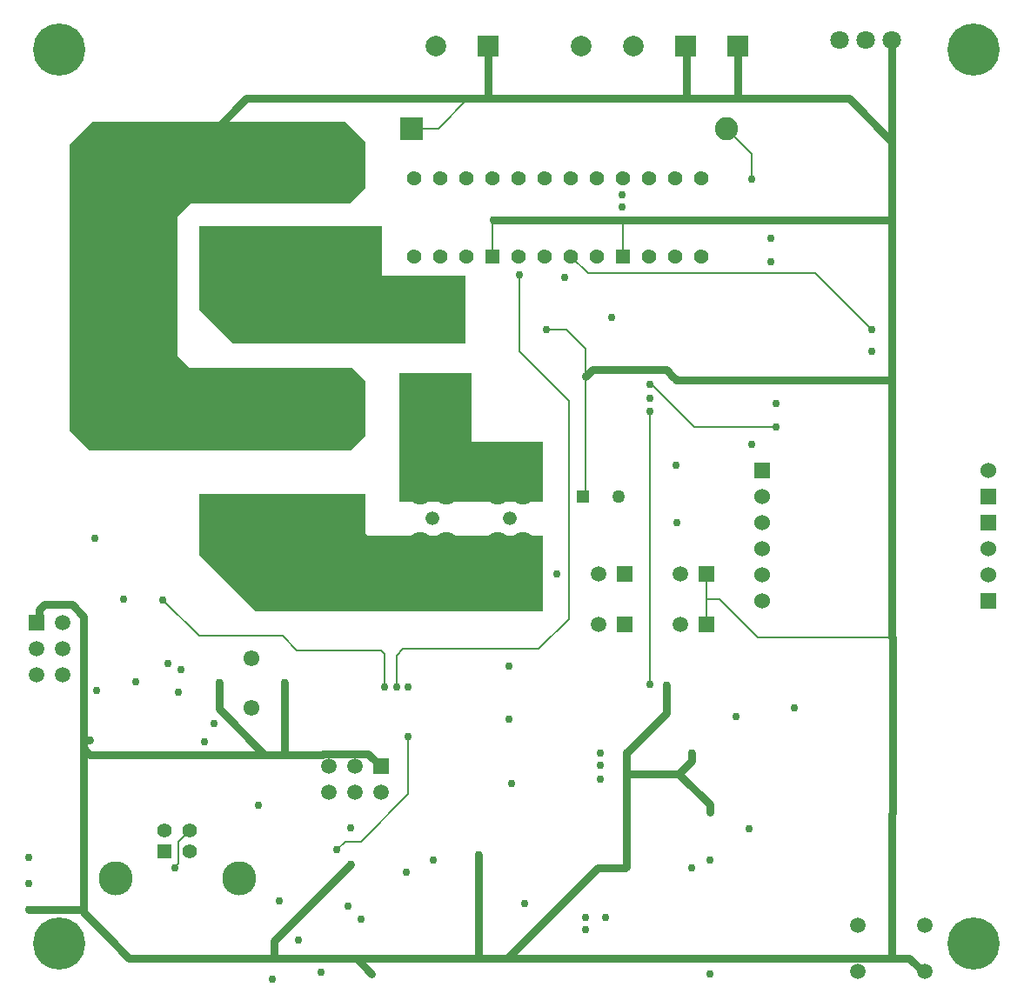
<source format=gbr>
%TF.GenerationSoftware,Altium Limited,Altium Designer,25.2.1 (25)*%
G04 Layer_Physical_Order=3*
G04 Layer_Color=16440176*
%FSLAX43Y43*%
%MOMM*%
%TF.SameCoordinates,6D6D3FC4-1071-40F2-90B5-7F3D85A4C3A5*%
%TF.FilePolarity,Positive*%
%TF.FileFunction,Copper,L3,Inr,Signal*%
%TF.Part,Single*%
G01*
G75*
%TA.AperFunction,Conductor*%
%ADD42C,0.175*%
%ADD43C,0.102*%
%ADD44C,0.800*%
%TA.AperFunction,ComponentPad*%
%ADD46C,1.500*%
%ADD47R,1.500X1.500*%
%ADD48C,2.400*%
%ADD49C,1.325*%
%ADD50C,1.408*%
%ADD51R,1.408X1.408*%
%ADD52C,3.316*%
%ADD53C,1.524*%
%ADD54R,1.524X1.524*%
%ADD55C,3.000*%
%ADD56R,3.000X3.000*%
%ADD57C,1.425*%
%ADD58R,1.425X1.425*%
%ADD59C,2.000*%
%ADD60R,2.000X2.000*%
%ADD61R,2.250X2.250*%
%ADD62C,2.250*%
%ADD63R,1.500X1.500*%
%ADD64C,1.500*%
%ADD65C,1.550*%
%ADD66C,1.800*%
%ADD67C,1.275*%
%ADD68R,1.275X1.275*%
%TA.AperFunction,ViaPad*%
%ADD69C,5.080*%
%ADD70C,0.750*%
G36*
X35941Y69523D02*
X44069D01*
Y62865D01*
X21463D01*
X18140Y66188D01*
Y74300D01*
X35941D01*
Y69523D01*
D02*
G37*
G36*
X32380Y84460D02*
X34300Y82540D01*
Y77988D01*
X32812Y76500D01*
X17318D01*
X16000Y75182D01*
Y61724D01*
X17224Y60500D01*
X33000D01*
X34300Y59200D01*
Y53858D01*
X34300D01*
X32902Y52460D01*
X7484D01*
X5500Y54444D01*
Y82208D01*
X7752Y84460D01*
X32380D01*
Y84460D01*
D02*
G37*
G36*
X44648Y53340D02*
X51562D01*
Y47498D01*
X37648D01*
Y60000D01*
X44648D01*
Y53340D01*
D02*
G37*
G36*
X34300Y44450D02*
X34554Y44196D01*
X51562D01*
Y36807D01*
X23633D01*
X18140Y42300D01*
Y48300D01*
X34300D01*
Y44450D01*
D02*
G37*
D42*
X55753Y47879D02*
Y59690D01*
X15748Y11867D02*
X16129Y12248D01*
Y14379D01*
X17250Y15500D01*
X67540Y38030D02*
X68777D01*
X72517Y34290D01*
X67540Y38030D02*
Y40500D01*
Y35560D02*
Y38030D01*
X61976Y29718D02*
Y56261D01*
X54102Y36068D02*
Y57277D01*
X51181Y33147D02*
X54102Y36068D01*
X37973Y33147D02*
X51181D01*
X49276Y62103D02*
X54102Y57277D01*
X49276Y62103D02*
Y69596D01*
X55951Y69723D02*
X78105D01*
X83566Y64262D01*
X33846Y14415D02*
X38481Y19050D01*
Y24602D01*
X37338Y29337D02*
Y32512D01*
X37973Y33147D01*
X53848Y64262D02*
X55753Y62357D01*
X51943Y64262D02*
X53848D01*
X64320Y59632D02*
X64516Y59436D01*
X55753Y59690D02*
Y62357D01*
X62040Y58992D02*
X66294Y54737D01*
X74295D01*
X35814Y33020D02*
X36195Y32639D01*
Y29464D02*
Y32639D01*
X32321Y14415D02*
X33846D01*
X31496Y13589D02*
X32321Y14415D01*
X69463Y83820D02*
X71882Y81401D01*
Y78867D02*
Y81401D01*
X59345Y71410D02*
Y74895D01*
Y71410D02*
X59380Y71374D01*
X59309Y74930D02*
X59345Y74895D01*
X54300Y71374D02*
X55951Y69723D01*
X18097Y34417D02*
X26226D01*
X14605Y37910D02*
X18097Y34417D01*
X26226D02*
X27622Y33020D01*
X35814D01*
X46680Y71374D02*
X46708Y71402D01*
Y74902D01*
X46736Y74930D01*
X72517Y34290D02*
X85566D01*
X70580Y86999D02*
X70838Y86741D01*
X41402Y83820D02*
X44323Y86741D01*
X38763Y83820D02*
X41402D01*
D43*
X15748Y11811D02*
Y11867D01*
D44*
X85598Y17272D02*
Y34258D01*
Y17145D02*
Y17272D01*
X20066Y27305D02*
X24511Y22860D01*
X6858Y24257D02*
Y36361D01*
Y23495D02*
Y24257D01*
X25400Y3048D02*
X45339D01*
X85566D02*
Y17113D01*
X85598Y17145D01*
X85566Y34290D02*
X85598Y34258D01*
X59690Y22987D02*
X63627Y26924D01*
X59690Y20883D02*
Y22987D01*
X63627Y26924D02*
Y29591D01*
X85566Y34290D02*
Y59378D01*
X64574D02*
X85566D01*
X64516Y59436D02*
X64574Y59378D01*
X56388Y60325D02*
X63627D01*
X64320Y59632D01*
X85566Y59378D02*
Y74835D01*
X55753Y59690D02*
X56388Y60325D01*
X65532Y86741D02*
X70838D01*
X63119Y3048D02*
X85566D01*
X48133D02*
X63119D01*
X25400D02*
Y4699D01*
X32893Y12192D01*
X6858Y24257D02*
X7433D01*
X6858Y7493D02*
Y7747D01*
X85566Y74835D02*
Y82518D01*
X6858Y7747D02*
Y23495D01*
X11303Y3048D02*
X25400D01*
X85471Y74930D02*
X85566Y74835D01*
X59309Y74930D02*
X85471D01*
X67818Y17272D02*
Y18017D01*
X64825Y21010D02*
X67818Y18017D01*
X59817Y21010D02*
X64825D01*
X59690Y11938D02*
Y18415D01*
Y20883D01*
X64825Y21010D02*
X66040Y22225D01*
X59690Y20883D02*
X59817Y21010D01*
X59563Y11811D02*
X59690Y11938D01*
X56896Y11811D02*
X59563D01*
X1524Y7747D02*
X6858D01*
X26416Y22860D02*
Y29845D01*
Y22860D02*
X30107D01*
X20066Y27305D02*
Y29845D01*
X24511Y22860D02*
X26416D01*
X7493D02*
X23749D01*
X24511D01*
X34562Y22969D02*
X35814Y21717D01*
X30216Y22969D02*
X34562D01*
X6858Y23495D02*
X7493Y22860D01*
X30107D02*
X30216Y22969D01*
X9144Y5207D02*
Y5207D01*
Y5207D02*
X11303Y3048D01*
X6858Y7493D02*
X9144Y5207D01*
X2286Y35687D02*
X2574Y35975D01*
X3042Y37465D02*
X5754D01*
X2574Y35975D02*
Y36996D01*
X3042Y37465D01*
X5754D02*
X6858Y36361D01*
X46736Y74930D02*
X59309D01*
X81343Y86741D02*
X85566Y82518D01*
X70838Y86741D02*
X81343D01*
X85566Y3048D02*
X87269D01*
X85566Y82518D02*
Y92456D01*
X70580Y86999D02*
Y91821D01*
X46228Y86741D02*
X65532D01*
Y91789D01*
X46228Y86741D02*
Y91821D01*
X44323Y86741D02*
X46228D01*
X19558Y83566D02*
X22733Y86741D01*
X44323D01*
X45339Y3048D02*
Y13081D01*
Y3048D02*
X48133D01*
X88574Y1742D02*
X88721D01*
X87269Y3048D02*
X88574Y1742D01*
X48133Y3048D02*
X56896Y11811D01*
X66040Y22225D02*
Y22987D01*
X33591Y2858D02*
X34925Y1524D01*
D46*
X57000Y40500D02*
D03*
X65000Y40500D02*
D03*
X57000Y35560D02*
D03*
X65000D02*
D03*
X82221Y1742D02*
D03*
X88721D02*
D03*
X82221Y6242D02*
D03*
X88721D02*
D03*
X4826Y35687D02*
D03*
X2286Y33147D02*
D03*
X4826D02*
D03*
Y30607D02*
D03*
X35814Y19177D02*
D03*
X33274Y21717D02*
D03*
Y19177D02*
D03*
X30734Y21717D02*
D03*
Y19177D02*
D03*
D47*
X59540Y40500D02*
D03*
X67540Y40500D02*
D03*
X59540Y35560D02*
D03*
X67540D02*
D03*
X35814Y21717D02*
D03*
D48*
X42164Y51887D02*
D03*
X39664D02*
D03*
X42164Y48387D02*
D03*
X39664D02*
D03*
X42164Y43307D02*
D03*
X39664D02*
D03*
X42164Y39807D02*
D03*
X39664D02*
D03*
X47150D02*
D03*
X49650D02*
D03*
X47150Y43307D02*
D03*
X49650D02*
D03*
X47150Y48387D02*
D03*
X49650D02*
D03*
X47150Y51887D02*
D03*
X49650D02*
D03*
D49*
X40869Y45847D02*
D03*
X48355D02*
D03*
D50*
X14750Y15500D02*
D03*
X17250D02*
D03*
Y13500D02*
D03*
D51*
X14750D02*
D03*
D52*
X22020Y10800D02*
D03*
X9980D02*
D03*
D53*
X72947Y42926D02*
D03*
X94947Y50546D02*
D03*
Y42926D02*
D03*
Y40386D02*
D03*
X72947Y48006D02*
D03*
Y45466D02*
D03*
Y40386D02*
D03*
Y37846D02*
D03*
D54*
X94947Y48006D02*
D03*
Y45466D02*
D03*
Y37846D02*
D03*
X72947Y50546D02*
D03*
D55*
X31300Y71300D02*
D03*
X26220D02*
D03*
X21140D02*
D03*
X31300Y45300D02*
D03*
X26220D02*
D03*
X21140D02*
D03*
D56*
X31300Y81460D02*
D03*
X26220D02*
D03*
X21140D02*
D03*
X31300Y55460D02*
D03*
X26220D02*
D03*
X21140D02*
D03*
D57*
X67000Y71374D02*
D03*
X64460D02*
D03*
X61920D02*
D03*
X56840D02*
D03*
X54300D02*
D03*
X51760D02*
D03*
X49220D02*
D03*
X39060D02*
D03*
X41600D02*
D03*
X44140D02*
D03*
X67000Y78994D02*
D03*
X64460D02*
D03*
X61920D02*
D03*
X59380D02*
D03*
X56840D02*
D03*
X54300D02*
D03*
X51760D02*
D03*
X49220D02*
D03*
X39060D02*
D03*
X41600D02*
D03*
X44140D02*
D03*
X46680D02*
D03*
D58*
X59380Y71374D02*
D03*
X46680D02*
D03*
D59*
X41148Y91821D02*
D03*
X60420D02*
D03*
X55340D02*
D03*
D60*
X46228D02*
D03*
X70580D02*
D03*
X65500D02*
D03*
D61*
X38763Y83820D02*
D03*
D62*
X69463D02*
D03*
D63*
X2286Y35687D02*
D03*
D64*
Y30607D02*
D03*
D65*
X23241Y27411D02*
D03*
Y32291D02*
D03*
D66*
X85566Y92456D02*
D03*
X83026D02*
D03*
X80486D02*
D03*
D67*
X58950Y48018D02*
D03*
D68*
X55450D02*
D03*
D69*
X93500Y4500D02*
D03*
Y91500D02*
D03*
X4500D02*
D03*
Y4500D02*
D03*
D70*
X15748Y11811D02*
D03*
X64516Y51050D02*
D03*
X48260Y31496D02*
D03*
X58293Y65405D02*
D03*
X49276Y69596D02*
D03*
X85598Y17272D02*
D03*
X66040Y11811D02*
D03*
X59690Y22987D02*
D03*
X37338Y29464D02*
D03*
X38481Y24602D02*
D03*
X51943Y64262D02*
D03*
X52959Y40500D02*
D03*
X55753Y59690D02*
D03*
X61976Y58928D02*
D03*
X44700Y42370D02*
D03*
Y39370D02*
D03*
Y40870D02*
D03*
X48260Y26289D02*
D03*
X29972Y1651D02*
D03*
X18669Y24130D02*
D03*
X67818Y1524D02*
D03*
X40894Y12573D02*
D03*
X49784Y8382D02*
D03*
X61976Y29718D02*
D03*
Y56261D02*
D03*
Y57595D02*
D03*
X57150Y20500D02*
D03*
X70358Y26543D02*
D03*
X38481Y29464D02*
D03*
X36195D02*
D03*
X73787Y70866D02*
D03*
X32893Y15748D02*
D03*
X71882Y78867D02*
D03*
X73787Y73152D02*
D03*
X71882Y53086D02*
D03*
X74295Y54737D02*
D03*
Y57023D02*
D03*
X64516Y59436D02*
D03*
X76073Y27432D02*
D03*
X71628Y15621D02*
D03*
X67818Y12573D02*
D03*
X83566Y62103D02*
D03*
X25273Y1016D02*
D03*
X55753Y6985D02*
D03*
X27813Y4826D02*
D03*
X31496Y13589D02*
D03*
X32893Y12192D02*
D03*
X38275Y11430D02*
D03*
X32639Y8128D02*
D03*
X7433Y24257D02*
D03*
X23876Y17907D02*
D03*
X8001Y43942D02*
D03*
X11938Y29985D02*
D03*
X8128Y29083D02*
D03*
X53721Y69342D02*
D03*
X83566Y64262D02*
D03*
X59309Y77343D02*
D03*
Y76200D02*
D03*
X14600Y37910D02*
D03*
X10800Y37973D02*
D03*
X57150Y21844D02*
D03*
Y22987D02*
D03*
X59690Y18415D02*
D03*
X16129Y28956D02*
D03*
X19558Y25908D02*
D03*
X15113Y31750D02*
D03*
X16383Y31115D02*
D03*
X1524Y12827D02*
D03*
Y10287D02*
D03*
Y7747D02*
D03*
X26416Y29845D02*
D03*
X20066D02*
D03*
X23749Y22860D02*
D03*
X33926Y6858D02*
D03*
X55753Y5842D02*
D03*
X48514Y20066D02*
D03*
X64643Y45466D02*
D03*
X59309Y74930D02*
D03*
X46736D02*
D03*
X45339Y13081D02*
D03*
X63119Y3048D02*
D03*
X57658Y6985D02*
D03*
X67818Y17272D02*
D03*
X66040Y22987D02*
D03*
X59563Y11811D02*
D03*
X63627Y29591D02*
D03*
X34925Y1524D02*
D03*
X25908Y8636D02*
D03*
X8300Y75182D02*
D03*
Y61724D02*
D03*
Y67107D02*
D03*
Y72490D02*
D03*
Y64416D02*
D03*
Y69799D02*
D03*
Y59032D02*
D03*
Y56340D02*
D03*
Y77874D02*
D03*
Y80566D02*
D03*
X13200Y75182D02*
D03*
Y61724D02*
D03*
Y67107D02*
D03*
Y72490D02*
D03*
Y64416D02*
D03*
Y69799D02*
D03*
Y59032D02*
D03*
Y56340D02*
D03*
Y77874D02*
D03*
Y80566D02*
D03*
X10750D02*
D03*
Y77874D02*
D03*
Y56340D02*
D03*
Y59032D02*
D03*
Y69799D02*
D03*
Y64416D02*
D03*
Y72490D02*
D03*
Y67107D02*
D03*
Y61724D02*
D03*
Y75182D02*
D03*
X21140Y40870D02*
D03*
X31300D02*
D03*
X26220D02*
D03*
X28760D02*
D03*
X23680D02*
D03*
Y42370D02*
D03*
X28760D02*
D03*
X26220D02*
D03*
X31300D02*
D03*
X21140D02*
D03*
X23680Y39370D02*
D03*
X26220D02*
D03*
X31300D02*
D03*
X33840Y42370D02*
D03*
Y40870D02*
D03*
X28760Y39370D02*
D03*
X33840D02*
D03*
X42164Y54000D02*
D03*
X39664D02*
D03*
Y57000D02*
D03*
X42164D02*
D03*
Y55500D02*
D03*
X39664D02*
D03*
X33724Y65000D02*
D03*
X28760D02*
D03*
X33724Y66500D02*
D03*
Y68000D02*
D03*
X21140Y65000D02*
D03*
X31242D02*
D03*
X26220D02*
D03*
X23680D02*
D03*
X21140Y68000D02*
D03*
X31300D02*
D03*
X26220D02*
D03*
X28760D02*
D03*
X23680D02*
D03*
Y66500D02*
D03*
X28760D02*
D03*
X26220D02*
D03*
X31300D02*
D03*
X21140D02*
D03*
%TF.MD5,e3539a5dd4adca5a167177c486c05448*%
M02*

</source>
